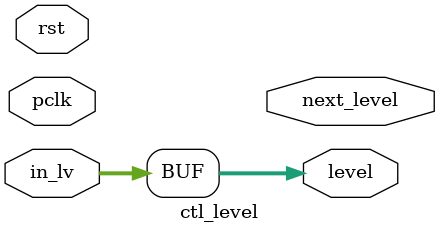
<source format=v>

module ctl_level(
    input wire pclk,
    input wire rst,
    
    input wire [4:0] in_lv,

    output wire next_level, // inform when is new level to reset enemies
    output wire [4:0] level 
);

assign level = in_lv;

endmodule

</source>
